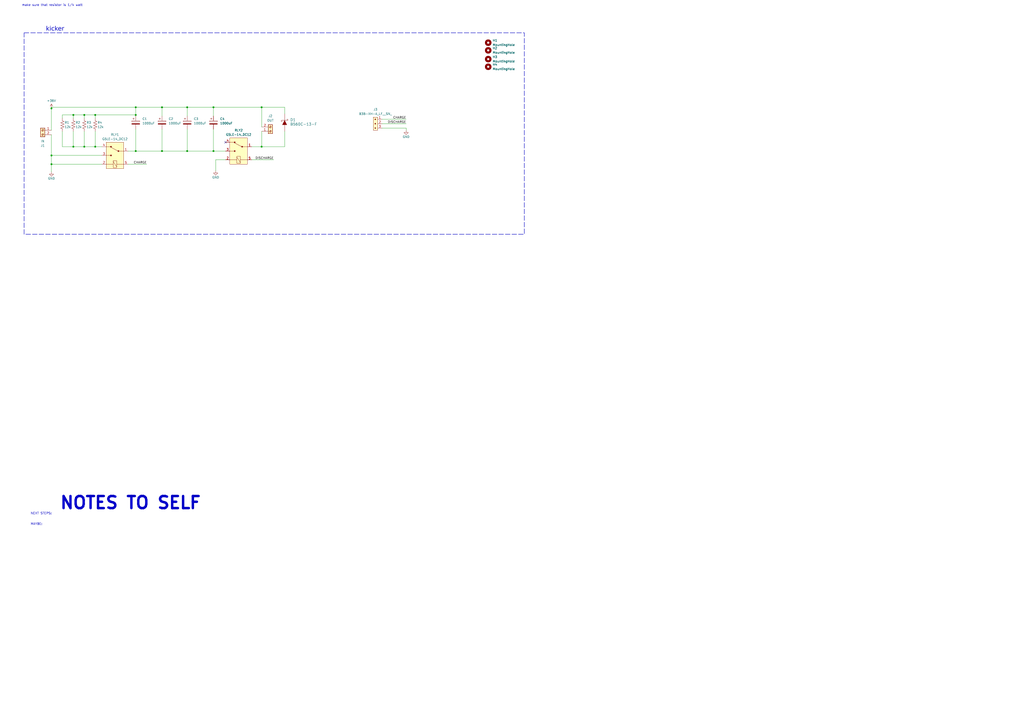
<source format=kicad_sch>
(kicad_sch (version 20230121) (generator eeschema)
  (paper "A2")
  (title_block (title "LINE 3.0 PCB") (date "2023-09-02") (rev "3.0") (company "Team Silverback"))
  (lib_symbols
    (symbol "Connector:Screw_Terminal_01x02" (pin_names (offset 1.016) hide)
      (property "Reference" "J" (at 0 2.54 0))
      (property "Value" "Screw_Terminal_01x02" (at 0 -5.08 0))
      (symbol "Screw_Terminal_01x02_1_1"
        (rectangle (start -1.27 1.27) (end 1.27 -3.81) (stroke (width 0.254)) (fill (type background)))
        (circle (center 0 -2.54) (radius 0.635) (stroke (width 0.1524)))
        (polyline (pts (xy -0.5334 -2.2098) (xy 0.3302 -3.048)) (stroke (width 0.1524)))
        (polyline (pts (xy -0.5334 0.3302) (xy 0.3302 -0.508)) (stroke (width 0.1524)))
        (polyline (pts (xy -0.3556 -2.032) (xy 0.508 -2.8702)) (stroke (width 0.1524)))
        (polyline (pts (xy -0.3556 0.508) (xy 0.508 -0.3302)) (stroke (width 0.1524)))
        (circle (center 0 0) (radius 0.635) (stroke (width 0.1524)))
        (pin passive line (at -5.08 0 0) (length 3.81) (name "Pin_1") (number "1"))
        (pin passive line (at -5.08 -2.54 0) (length 3.81) (name "Pin_2") (number "2"))
      )
    )
    (symbol "Device:C_Polarized" (pin_numbers hide) (pin_names (offset 0.254))
      (property "Reference" "C" (at 0.635 2.54 0))
      (property "Value" "C_Polarized" (at 0.635 -2.54 0))
      (symbol "C_Polarized_0_1"
        (rectangle (start -2.286 0.508) (end 2.286 1.016))
        (polyline (pts (xy -1.778 2.286) (xy -0.762 2.286)))
        (polyline (pts (xy -1.27 2.794) (xy -1.27 1.778)))
        (rectangle (start 2.286 -0.508) (end -2.286 -1.016) (fill (type outline)))
      )
      (symbol "C_Polarized_1_1"
        (pin passive line (at 0 3.81 270) (length 2.794) (name "~") (number "1"))
        (pin passive line (at 0 -3.81 90) (length 2.794) (name "~") (number "2"))
      )
    )
    (symbol "Device:R_US" (pin_numbers hide) (pin_names (offset 0))
      (property "Reference" "R" (at 2.54 0 90))
      (property "Value" "R_US" (at -2.54 0 90))
      (symbol "R_US_0_1"
        (polyline (pts (xy 0 -2.286) (xy 0 -2.54)))
        (polyline (pts (xy 0 2.286) (xy 0 2.54)))
        (polyline (pts (xy 0 -0.762) (xy 1.016 -1.143) (xy 0 -1.524) (xy -1.016 -1.905) (xy 0 -2.286)))
        (polyline (pts (xy 0 0.762) (xy 1.016 0.381) (xy 0 0) (xy -1.016 -0.381) (xy 0 -0.762)))
        (polyline (pts (xy 0 2.286) (xy 1.016 1.905) (xy 0 1.524) (xy -1.016 1.143) (xy 0 0.762)))
      )
      (symbol "R_US_1_1"
        (pin passive line (at 0 3.81 270) (length 1.27) (name "~") (number "1"))
        (pin passive line (at 0 -3.81 90) (length 1.27) (name "~") (number "2"))
      )
    )
    (symbol "Mechanical:MountingHole" (pin_names (offset 1.016))
      (property "Reference" "H" (at 0 5.08 0))
      (property "Value" "MountingHole" (at 0 3.175 0))
      (symbol "MountingHole_0_1"
        (circle (center 0 0) (radius 1.27) (stroke (width 1.27)))
      )
    )
    (symbol "dk_Diodes-Rectifiers-Single:B560C-13-F" (pin_numbers hide) (pin_names (offset 0) hide)
      (property "Reference" "D" (at 0 2.54 0))
      (property "Value" "B560C-13-F" (at 1.27 -3.81 0))
      (symbol "B560C-13-F_0_1"
        (polyline (pts (xy 1.27 1.27) (xy 1.27 -1.27)))
        (polyline (pts (xy -1.27 1.27) (xy -1.27 -1.27) (xy 1.27 0) (xy -1.27 1.27)) (fill (type outline)))
        (polyline (pts (xy 1.27 -1.27) (xy 1.27 -1.905) (xy 1.905 -1.905) (xy 1.905 -1.27)))
        (polyline (pts (xy 1.27 1.27) (xy 1.27 1.905) (xy 0.635 1.905) (xy 0.635 1.27)))
      )
      (symbol "B560C-13-F_1_1"
        (pin passive line (at -5.08 0 0) (length 3.81) (name "~") (number "A"))
        (pin passive line (at 5.08 0 180) (length 3.81) (name "~") (number "K"))
      )
    )
    (symbol "dk_Power-Relays-Over-2-Amps:G5LE-14_DC12" (pin_names (offset 0) hide)
      (property "Reference" "RLY" (at -8.636 6.858 0))
      (property "Value" "G5LE-14_DC12" (at -8.89 5.08 90))
      (symbol "G5LE-14_DC12_0_1"
        (rectangle (start -7.62 5.08) (end 7.62 -5.08) (fill (type background)))
        (rectangle (start -7.112 1.016) (end -3.048 -1.016))
        (polyline (pts (xy -6.604 -1.016) (xy -3.556 1.016)))
        (polyline (pts (xy -5.08 -5.08) (xy -5.08 -1.016)))
        (polyline (pts (xy -5.08 5.08) (xy -5.08 1.016)))
        (polyline (pts (xy 0 5.08) (xy 0 2.54)))
        (polyline (pts (xy 2.54 -5.08) (xy 2.54 -2.286)))
        (polyline (pts (xy 2.54 -1.778) (xy 4.826 2.54)))
        (polyline (pts (xy 5.08 5.08) (xy 5.08 2.54)))
        (circle (center 0 2.286) (radius 0.3556) (fill (type outline)))
        (circle (center 2.54 -2.032) (radius 0.3556) (fill (type outline)))
        (circle (center 5.08 2.286) (radius 0.3556) (fill (type outline)))
      )
      (symbol "G5LE-14_DC12_1_1"
        (pin passive line (at 2.54 -7.62 90) (length 2.54) (name "COM") (number "1"))
        (pin passive line (at -5.08 7.62 270) (length 2.54) (name "COIL") (number "2"))
        (pin passive line (at 0 7.62 270) (length 2.54) (name "NO") (number "3"))
        (pin passive line (at 5.08 7.62 270) (length 2.54) (name "NC") (number "4"))
        (pin passive line (at -5.08 -7.62 90) (length 2.54) (name "COIL") (number "5"))
      )
    )
    (symbol "dk_Rectangular-Connectors-Headers-Male-Pins:B3B-XH-A_LF__SN_" (pin_names (offset 1.016) hide)
      (property "Reference" "J" (at -2.54 -1.27 0))
      (property "Value" "B3B-XH-A_LF__SN_" (at 2.54 -3.81 0))
      (symbol "B3B-XH-A_LF__SN__1_1"
        (rectangle (start -1.27 0) (end 6.35 -2.54) (fill (type background)))
        (rectangle (start -0.254 -1.143) (end 0.254 -1.651) (fill (type outline)))
        (rectangle (start 2.286 -1.143) (end 2.794 -1.651) (fill (type outline)))
        (rectangle (start 4.826 -1.143) (end 5.334 -1.651) (fill (type outline)))
        (pin passive line (at 0 2.54 270) (length 2.54) (name "~") (number "1"))
        (pin passive line (at 2.54 2.54 270) (length 2.54) (name "~") (number "2"))
        (pin passive line (at 5.08 2.54 270) (length 2.54) (name "~") (number "3"))
      )
    )
    (symbol "power:+36V" (power) (pin_names (offset 0))
      (property "Value" "+36V" (at 0 3.556 0))
      (symbol "+36V_0_1"
        (polyline (pts (xy -0.762 1.27) (xy 0 2.54)))
        (polyline (pts (xy 0 0) (xy 0 2.54)))
        (polyline (pts (xy 0 2.54) (xy 0.762 1.27)))
      )
      (symbol "+36V_1_1"
        (pin power_in line (at 0 0 90) (length 0) hide (name "+36V") (number "1"))
      )
    )
    (symbol "power:GND" (power) (pin_names (offset 0))
      (property "Value" "GND" (at 0 -3.81 0))
      (symbol "GND_0_1"
        (polyline (pts (xy 0 0) (xy 0 -1.27) (xy 1.27 -1.27) (xy 0 -2.54) (xy -1.27 -1.27) (xy 0 -1.27)))
      )
      (symbol "GND_1_1"
        (pin power_in line (at 0 0 270) (length 0) hide (name "GND") (number "1"))
      )
    )
  )
  (junction (at 78.74 66.675))
  (junction (at 55.245 66.675))
  (junction (at 108.585 87.63))
  (junction (at 108.585 62.23))
  (junction (at 78.74 62.23))
  (junction (at 42.545 85.09))
  (junction (at 78.74 87.63))
  (junction (at 29.845 90.17))
  (junction (at 48.895 66.675))
  (junction (at 123.825 62.23))
  (junction (at 151.765 62.23))
  (junction (at 48.895 85.09))
  (junction (at 29.845 62.865))
  (junction (at 93.98 62.23))
  (junction (at 55.245 85.09))
  (junction (at 42.545 66.675))
  (junction (at 123.825 87.63))
  (junction (at 29.845 95.25))
  (junction (at 93.98 87.63))
  (junction (at 151.765 85.09))
  (no_connect (at 130.81 82.55))
  (wire (pts (xy 42.545 76.2) (xy 42.545 85.09)))
  (wire (pts (xy 123.825 62.23) (xy 108.585 62.23)))
  (wire (pts (xy 29.845 95.25) (xy 29.845 99.695)))
  (wire (pts (xy 123.825 67.31) (xy 123.825 62.23)))
  (wire (pts (xy 78.74 74.93) (xy 78.74 87.63)))
  (wire (pts (xy 36.195 85.09) (xy 42.545 85.09)))
  (wire (pts (xy 165.1 76.2) (xy 165.1 85.09)))
  (wire (pts (xy 123.825 87.63) (xy 130.81 87.63)))
  (wire (pts (xy 55.245 85.09) (xy 59.055 85.09)))
  (wire (pts (xy 42.545 66.675) (xy 42.545 68.58)))
  (wire (pts (xy 48.895 66.675) (xy 48.895 68.58)))
  (wire (pts (xy 151.765 62.23) (xy 165.1 62.23)))
  (wire (pts (xy 29.845 90.17) (xy 29.845 95.25)))
  (wire (pts (xy 108.585 67.31) (xy 108.585 62.23)))
  (wire (pts (xy 151.765 85.09) (xy 165.1 85.09)))
  (wire (pts (xy 108.585 62.23) (xy 93.98 62.23)))
  (wire (pts (xy 36.195 76.2) (xy 36.195 85.09)))
  (wire (pts (xy 36.195 66.675) (xy 42.545 66.675)))
  (wire (pts (xy 29.845 95.25) (xy 59.055 95.25)))
  (wire (pts (xy 29.845 78.105) (xy 29.845 90.17)))
  (wire (pts (xy 125.095 92.71) (xy 125.095 99.06)))
  (wire (pts (xy 74.295 87.63) (xy 78.74 87.63)))
  (wire (pts (xy 130.81 92.71) (xy 125.095 92.71)))
  (wire (pts (xy 108.585 87.63) (xy 108.585 74.93)))
  (wire (pts (xy 93.98 67.31) (xy 93.98 62.23)))
  (wire (pts (xy 29.845 62.23) (xy 78.74 62.23)))
  (wire (pts (xy 123.825 62.23) (xy 151.765 62.23)))
  (wire (pts (xy 151.765 85.09) (xy 146.05 85.09)))
  (wire (pts (xy 42.545 66.675) (xy 48.895 66.675)))
  (wire (pts (xy 78.74 66.675) (xy 78.74 67.31)))
  (wire (pts (xy 48.895 66.675) (xy 55.245 66.675)))
  (wire (pts (xy 221.615 74.295) (xy 235.585 74.295)))
  (wire (pts (xy 74.295 95.25) (xy 85.09 95.25)))
  (wire (pts (xy 55.245 66.675) (xy 78.74 66.675)))
  (wire (pts (xy 123.825 87.63) (xy 123.825 74.93)))
  (wire (pts (xy 29.845 62.23) (xy 29.845 62.865)))
  (wire (pts (xy 55.245 76.2) (xy 55.245 85.09)))
  (wire (pts (xy 146.05 92.71) (xy 158.75 92.71)))
  (wire (pts (xy 59.055 90.17) (xy 29.845 90.17)))
  (wire (pts (xy 55.245 66.675) (xy 55.245 68.58)))
  (wire (pts (xy 78.74 87.63) (xy 93.98 87.63)))
  (wire (pts (xy 29.845 62.865) (xy 29.845 75.565)))
  (wire (pts (xy 151.765 76.2) (xy 151.765 85.09)))
  (wire (pts (xy 93.98 87.63) (xy 108.585 87.63)))
  (wire (pts (xy 48.895 76.2) (xy 48.895 85.09)))
  (wire (pts (xy 42.545 85.09) (xy 48.895 85.09)))
  (wire (pts (xy 48.895 85.09) (xy 55.245 85.09)))
  (wire (pts (xy 78.74 62.23) (xy 78.74 66.675)))
  (wire (pts (xy 165.1 62.23) (xy 165.1 66.04)))
  (wire (pts (xy 151.765 62.23) (xy 151.765 73.66)))
  (wire (pts (xy 221.615 69.215) (xy 235.585 69.215)))
  (wire (pts (xy 93.98 87.63) (xy 93.98 74.93)))
  (wire (pts (xy 108.585 87.63) (xy 123.825 87.63)))
  (wire (pts (xy 36.195 68.58) (xy 36.195 66.675)))
  (wire (pts (xy 235.585 71.755) (xy 221.615 71.755)))
  (wire (pts (xy 235.585 74.295) (xy 235.585 75.565)))
  (wire (pts (xy 93.98 62.23) (xy 78.74 62.23)))
  (rectangle (start 13.97 19.05) (end 304.165 135.89) (stroke (width 0.254) (type dash)))
  (text "NOTES TO SELF" (at 34.29 295.91 0) (effects (font (size 7 7) (thickness 1.4) bold) (justify left bottom)))
  (text "NEXT STEPS:\n\n\nMAYBE:\n" (at 17.78 304.8 0) (effects (font (size 1.27 1.27)) (justify left bottom)))
  (text "kicker" (at 26.67 19.05 0) (effects (font (size 2.54 2.54)) (justify left bottom)))
  (text "make sure that resistor is 1/4 watt" (at 12.7 3.81 0) (effects (font (size 1.27 1.27)) (justify left bottom)))
  (label "DISCHARGE" (at 158.75 92.71 180))
  (label "CHARGE" (at 235.585 69.215 180))
  (label "DISCHARGE" (at 235.585 71.755 180))
  (label "CHARGE" (at 85.09 95.25 180))
  (symbol (lib_id "Connector:Screw_Terminal_01x02") (at 156.845 76.2 0) (mirror x) (unit 1)
    (property "Reference" "J2" (at 156.845 67.31 0))
    (property "Value" "OUT" (at 156.845 69.85 0))
    (property "Footprint" "TerminalBlock_Phoenix:TerminalBlock_Phoenix_MKDS-1,5-2-5.08_1x02_P5.08mm_Horizontal" (effects hide))
  )
  (symbol (lib_id "Device:R_US") (at 48.895 72.39 0) (unit 1)
    (property "Reference" "R3" (at 50.165 71.12 0) (effects (justify left)))
    (property "Value" "12k" (at 50.165 73.66 0) (effects (justify left)))
    (property "Footprint" "Resistor_SMD:R_0805_2012Metric" (effects hide))
  )
  (symbol (lib_id "dk_Rectangular-Connectors-Headers-Male-Pins:B3B-XH-A_LF__SN_") (at 219.075 69.215 270) (unit 1)
    (property "Reference" "J3" (at 217.805 63.5 90))
    (property "Value" "B3B-XH-A_LF__SN_" (at 217.805 66.04 90))
    (property "Footprint" "digikey-footprints:PinHeader_1x3_P2.5mm_Drill1.1mm" (effects hide))
    (property "Datasheet" "http://www.jst-mfg.com/product/pdf/eng/eXH.pdf" (effects hide))
    (property "Digi-Key_PN" "455-2248-ND" (effects hide))
    (property "MPN" "B3B-XH-A(LF)(SN)" (effects hide))
    (property "Category" "Connectors, Interconnects" (effects hide))
    (property "Family" "Rectangular Connectors - Headers, Male Pins" (effects hide))
    (property "DK_Datasheet_Link" "http://www.jst-mfg.com/product/pdf/eng/eXH.pdf" (effects hide))
    (property "DK_Detail_Page" "/product-detail/en/jst-sales-america-inc/B3B-XH-A(LF)(SN)/455-2248-ND/1651046" (effects hide))
    (property "Description" "CONN HEADER VERT 3POS 2.5MM" (effects hide))
    (property "Manufacturer" "JST Sales America Inc." (effects hide))
    (property "Status" "Active" (effects hide))
  )
  (symbol (lib_id "Mechanical:MountingHole") (at 283.21 34.29 0) (unit 1)
    (property "Reference" "H3" (at 285.75 33.02 0) (effects (justify left)))
    (property "Value" "MountingHole" (at 285.75 35.56 0) (effects (justify left)))
    (property "Footprint" "MountingHole:MountingHole_3.2mm_M3" (effects hide))
  )
  (symbol (lib_id "dk_Diodes-Rectifiers-Single:B560C-13-F") (at 165.1 71.12 90) (unit 1)
    (property "Reference" "D1" (at 168.275 69.5325 90) (effects (font (size 1.524 1.524)) (justify right)))
    (property "Value" "B560C-13-F" (at 168.275 72.0725 90) (effects (font (size 1.524 1.524)) (justify right)))
    (property "Footprint" "digikey-footprints:DO-214AB" (effects hide))
    (property "Datasheet" "https://www.diodes.com/assets/Datasheets/ds13012.pdf" (effects hide))
    (property "Digi-Key_PN" "B560C-FDICT-ND" (effects hide))
    (property "MPN" "B560C-13-F" (effects hide))
    (property "Category" "Discrete Semiconductor Products" (effects hide))
    (property "Family" "Diodes - Rectifiers - Single" (effects hide))
    (property "DK_Datasheet_Link" "https://www.diodes.com/assets/Datasheets/ds13012.pdf" (effects hide))
    (property "DK_Detail_Page" "/product-detail/en/diodes-incorporated/B560C-13-F/B560C-FDICT-ND/768816" (effects hide))
    (property "Description" "DIODE SCHOTTKY 60V 5A SMC" (effects hide))
    (property "Manufacturer" "Diodes Incorporated" (effects hide))
    (property "Status" "Active" (effects hide))
  )
  (symbol (lib_id "dk_Power-Relays-Over-2-Amps:G5LE-14_DC12") (at 66.675 90.17 90) (unit 1)
    (property "Reference" "RLY1" (at 66.675 78.105 90))
    (property "Value" "G5LE-14_DC12" (at 66.675 80.645 90))
    (property "Footprint" "digikey-footprints:Relay_THT_G5LE-14" (effects hide))
    (property "Datasheet" "https://omronfs.omron.com/en_US/ecb/products/pdf/en-g5le.pdf" (effects hide))
    (property "Digi-Key_PN" "Z1012-ND" (effects hide))
    (property "MPN" "G5LE-14 DC12" (effects hide))
    (property "Category" "Relays" (effects hide))
    (property "Family" "Power Relays, Over 2 Amps" (effects hide))
    (property "DK_Datasheet_Link" "https://omronfs.omron.com/en_US/ecb/products/pdf/en-g5le.pdf" (effects hide))
    (property "DK_Detail_Page" "/product-detail/en/omron-electronics-inc-emc-div/G5LE-14-DC12/Z1012-ND/280369" (effects hide))
    (property "Description" "RELAY GEN PURPOSE SPDT 10A 12V" (effects hide))
    (property "Manufacturer" "Omron Electronics Inc-EMC Div" (effects hide))
    (property "Status" "Active" (effects hide))
  )
  (symbol (lib_id "power:GND") (at 125.095 99.06 0) (unit 1)
    (property "Reference" "#PWR03" (effects hide))
    (property "Value" "GND" (at 125.095 102.87 0))
  )
  (symbol (lib_id "Device:R_US") (at 55.245 72.39 0) (unit 1)
    (property "Reference" "R4" (at 56.515 71.12 0) (effects (justify left)))
    (property "Value" "12k" (at 56.515 73.66 0) (effects (justify left)))
    (property "Footprint" "Resistor_SMD:R_0805_2012Metric" (effects hide))
  )
  (symbol (lib_id "Mechanical:MountingHole") (at 283.21 24.765 0) (unit 1)
    (property "Reference" "H1" (at 285.75 23.495 0) (effects (justify left)))
    (property "Value" "MountingHole" (at 285.75 26.035 0) (effects (justify left)))
    (property "Footprint" "MountingHole:MountingHole_3.2mm_M3" (effects hide))
  )
  (symbol (lib_id "Device:R_US") (at 36.195 72.39 0) (unit 1)
    (property "Reference" "R1" (at 37.465 71.12 0) (effects (justify left)))
    (property "Value" "12k" (at 37.465 73.66 0) (effects (justify left)))
    (property "Footprint" "Resistor_SMD:R_0805_2012Metric" (effects hide))
  )
  (symbol (lib_id "Device:C_Polarized") (at 108.585 71.12 0) (unit 1)
    (property "Reference" "C3" (at 112.395 68.961 0) (effects (justify left)))
    (property "Value" "1000uF" (at 112.395 71.501 0) (effects (justify left)))
    (property "Footprint" "Capacitor_THT:CP_Radial_D10.0mm_P5.00mm" (effects hide))
  )
  (symbol (lib_id "Device:C_Polarized") (at 123.825 71.12 0) (unit 1)
    (property "Reference" "C4" (at 127.635 68.961 0) (effects (justify left)))
    (property "Value" "1000uF" (at 127.635 71.501 0) (effects (justify left)))
    (property "Footprint" "Capacitor_THT:CP_Radial_D10.0mm_P5.00mm" (effects hide))
  )
  (symbol (lib_id "Connector:Screw_Terminal_01x02") (at 24.765 75.565 0) (mirror y) (unit 1)
    (property "Reference" "J1" (at 24.765 84.455 0))
    (property "Value" "IN" (at 24.765 81.915 0))
    (property "Footprint" "TerminalBlock_Phoenix:TerminalBlock_Phoenix_MKDS-1,5-2-5.08_1x02_P5.08mm_Horizontal" (effects hide))
  )
  (symbol (lib_id "Device:R_US") (at 42.545 72.39 0) (unit 1)
    (property "Reference" "R2" (at 43.815 71.12 0) (effects (justify left)))
    (property "Value" "12k" (at 43.815 73.66 0) (effects (justify left)))
    (property "Footprint" "Resistor_SMD:R_0805_2012Metric" (effects hide))
  )
  (symbol (lib_id "dk_Power-Relays-Over-2-Amps:G5LE-14_DC12") (at 138.43 87.63 90) (unit 1)
    (property "Reference" "RLY2" (at 138.43 75.565 90))
    (property "Value" "G5LE-14_DC12" (at 138.43 78.105 90))
    (property "Footprint" "digikey-footprints:Relay_THT_G5LE-14" (effects hide))
    (property "Datasheet" "https://omronfs.omron.com/en_US/ecb/products/pdf/en-g5le.pdf" (effects hide))
    (property "Digi-Key_PN" "Z1012-ND" (effects hide))
    (property "MPN" "G5LE-14 DC12" (effects hide))
    (property "Category" "Relays" (effects hide))
    (property "Family" "Power Relays, Over 2 Amps" (effects hide))
    (property "DK_Datasheet_Link" "https://omronfs.omron.com/en_US/ecb/products/pdf/en-g5le.pdf" (effects hide))
    (property "DK_Detail_Page" "/product-detail/en/omron-electronics-inc-emc-div/G5LE-14-DC12/Z1012-ND/280369" (effects hide))
    (property "Description" "RELAY GEN PURPOSE SPDT 10A 12V" (effects hide))
    (property "Manufacturer" "Omron Electronics Inc-EMC Div" (effects hide))
    (property "Status" "Active" (effects hide))
  )
  (symbol (lib_id "Mechanical:MountingHole") (at 283.21 38.735 0) (unit 1)
    (property "Reference" "H4" (at 285.75 37.465 0) (effects (justify left)))
    (property "Value" "MountingHole" (at 285.75 40.005 0) (effects (justify left)))
    (property "Footprint" "MountingHole:MountingHole_3.2mm_M3" (effects hide))
  )
  (symbol (lib_id "power:+36V") (at 29.845 62.865 0) (unit 1)
    (property "Reference" "#PWR01" (effects hide))
    (property "Value" "+36V" (at 29.845 58.42 0))
  )
  (symbol (lib_id "Device:C_Polarized") (at 78.74 71.12 0) (unit 1)
    (property "Reference" "C1" (at 82.55 68.961 0) (effects (justify left)))
    (property "Value" "1000uF" (at 82.55 71.501 0) (effects (justify left)))
    (property "Footprint" "Capacitor_THT:CP_Radial_D10.0mm_P5.00mm" (effects hide))
  )
  (symbol (lib_id "Device:C_Polarized") (at 93.98 71.12 0) (unit 1)
    (property "Reference" "C2" (at 97.79 68.961 0) (effects (justify left)))
    (property "Value" "1000uF" (at 97.79 71.501 0) (effects (justify left)))
    (property "Footprint" "Capacitor_THT:CP_Radial_D10.0mm_P5.00mm" (effects hide))
  )
  (symbol (lib_id "Mechanical:MountingHole") (at 283.21 29.21 0) (unit 1)
    (property "Reference" "H2" (at 285.75 27.94 0) (effects (justify left)))
    (property "Value" "MountingHole" (at 285.75 30.48 0) (effects (justify left)))
    (property "Footprint" "MountingHole:MountingHole_3.2mm_M3" (effects hide))
  )
  (symbol (lib_id "power:GND") (at 29.845 99.695 0) (unit 1)
    (property "Reference" "#PWR02" (effects hide))
    (property "Value" "GND" (at 29.845 103.505 0))
  )
  (symbol (lib_id "power:GND") (at 235.585 75.565 0) (unit 1)
    (property "Reference" "#PWR04" (effects hide))
    (property "Value" "GND" (at 235.585 79.375 0))
  )
)
</source>
